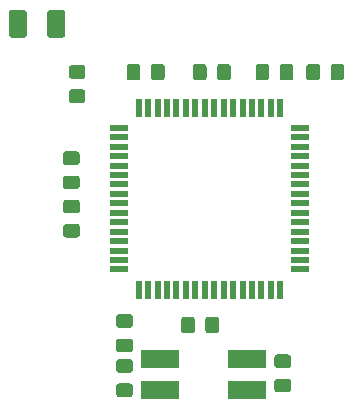
<source format=gbr>
G04 #@! TF.GenerationSoftware,KiCad,Pcbnew,(5.1.5-0-10_14)*
G04 #@! TF.CreationDate,2020-11-09T16:06:39+01:00*
G04 #@! TF.ProjectId,ATmega128_Breakout_Board,41546d65-6761-4313-9238-5f427265616b,rev?*
G04 #@! TF.SameCoordinates,Original*
G04 #@! TF.FileFunction,Paste,Top*
G04 #@! TF.FilePolarity,Positive*
%FSLAX46Y46*%
G04 Gerber Fmt 4.6, Leading zero omitted, Abs format (unit mm)*
G04 Created by KiCad (PCBNEW (5.1.5-0-10_14)) date 2020-11-09 16:06:39*
%MOMM*%
%LPD*%
G04 APERTURE LIST*
%ADD10C,0.100000*%
%ADD11R,3.300000X1.540000*%
%ADD12R,0.550000X1.500000*%
%ADD13R,1.500000X0.550000*%
G04 APERTURE END LIST*
D10*
G36*
X102899504Y-71426204D02*
G01*
X102923773Y-71429804D01*
X102947571Y-71435765D01*
X102970671Y-71444030D01*
X102992849Y-71454520D01*
X103013893Y-71467133D01*
X103033598Y-71481747D01*
X103051777Y-71498223D01*
X103068253Y-71516402D01*
X103082867Y-71536107D01*
X103095480Y-71557151D01*
X103105970Y-71579329D01*
X103114235Y-71602429D01*
X103120196Y-71626227D01*
X103123796Y-71650496D01*
X103125000Y-71675000D01*
X103125000Y-73525000D01*
X103123796Y-73549504D01*
X103120196Y-73573773D01*
X103114235Y-73597571D01*
X103105970Y-73620671D01*
X103095480Y-73642849D01*
X103082867Y-73663893D01*
X103068253Y-73683598D01*
X103051777Y-73701777D01*
X103033598Y-73718253D01*
X103013893Y-73732867D01*
X102992849Y-73745480D01*
X102970671Y-73755970D01*
X102947571Y-73764235D01*
X102923773Y-73770196D01*
X102899504Y-73773796D01*
X102875000Y-73775000D01*
X101875000Y-73775000D01*
X101850496Y-73773796D01*
X101826227Y-73770196D01*
X101802429Y-73764235D01*
X101779329Y-73755970D01*
X101757151Y-73745480D01*
X101736107Y-73732867D01*
X101716402Y-73718253D01*
X101698223Y-73701777D01*
X101681747Y-73683598D01*
X101667133Y-73663893D01*
X101654520Y-73642849D01*
X101644030Y-73620671D01*
X101635765Y-73597571D01*
X101629804Y-73573773D01*
X101626204Y-73549504D01*
X101625000Y-73525000D01*
X101625000Y-71675000D01*
X101626204Y-71650496D01*
X101629804Y-71626227D01*
X101635765Y-71602429D01*
X101644030Y-71579329D01*
X101654520Y-71557151D01*
X101667133Y-71536107D01*
X101681747Y-71516402D01*
X101698223Y-71498223D01*
X101716402Y-71481747D01*
X101736107Y-71467133D01*
X101757151Y-71454520D01*
X101779329Y-71444030D01*
X101802429Y-71435765D01*
X101826227Y-71429804D01*
X101850496Y-71426204D01*
X101875000Y-71425000D01*
X102875000Y-71425000D01*
X102899504Y-71426204D01*
G37*
G36*
X106149504Y-71426204D02*
G01*
X106173773Y-71429804D01*
X106197571Y-71435765D01*
X106220671Y-71444030D01*
X106242849Y-71454520D01*
X106263893Y-71467133D01*
X106283598Y-71481747D01*
X106301777Y-71498223D01*
X106318253Y-71516402D01*
X106332867Y-71536107D01*
X106345480Y-71557151D01*
X106355970Y-71579329D01*
X106364235Y-71602429D01*
X106370196Y-71626227D01*
X106373796Y-71650496D01*
X106375000Y-71675000D01*
X106375000Y-73525000D01*
X106373796Y-73549504D01*
X106370196Y-73573773D01*
X106364235Y-73597571D01*
X106355970Y-73620671D01*
X106345480Y-73642849D01*
X106332867Y-73663893D01*
X106318253Y-73683598D01*
X106301777Y-73701777D01*
X106283598Y-73718253D01*
X106263893Y-73732867D01*
X106242849Y-73745480D01*
X106220671Y-73755970D01*
X106197571Y-73764235D01*
X106173773Y-73770196D01*
X106149504Y-73773796D01*
X106125000Y-73775000D01*
X105125000Y-73775000D01*
X105100496Y-73773796D01*
X105076227Y-73770196D01*
X105052429Y-73764235D01*
X105029329Y-73755970D01*
X105007151Y-73745480D01*
X104986107Y-73732867D01*
X104966402Y-73718253D01*
X104948223Y-73701777D01*
X104931747Y-73683598D01*
X104917133Y-73663893D01*
X104904520Y-73642849D01*
X104894030Y-73620671D01*
X104885765Y-73597571D01*
X104879804Y-73573773D01*
X104876204Y-73549504D01*
X104875000Y-73525000D01*
X104875000Y-71675000D01*
X104876204Y-71650496D01*
X104879804Y-71626227D01*
X104885765Y-71602429D01*
X104894030Y-71579329D01*
X104904520Y-71557151D01*
X104917133Y-71536107D01*
X104931747Y-71516402D01*
X104948223Y-71498223D01*
X104966402Y-71481747D01*
X104986107Y-71467133D01*
X105007151Y-71454520D01*
X105029329Y-71444030D01*
X105052429Y-71435765D01*
X105076227Y-71429804D01*
X105100496Y-71426204D01*
X105125000Y-71425000D01*
X106125000Y-71425000D01*
X106149504Y-71426204D01*
G37*
G36*
X117124505Y-97401204D02*
G01*
X117148773Y-97404804D01*
X117172572Y-97410765D01*
X117195671Y-97419030D01*
X117217850Y-97429520D01*
X117238893Y-97442132D01*
X117258599Y-97456747D01*
X117276777Y-97473223D01*
X117293253Y-97491401D01*
X117307868Y-97511107D01*
X117320480Y-97532150D01*
X117330970Y-97554329D01*
X117339235Y-97577428D01*
X117345196Y-97601227D01*
X117348796Y-97625495D01*
X117350000Y-97649999D01*
X117350000Y-98550001D01*
X117348796Y-98574505D01*
X117345196Y-98598773D01*
X117339235Y-98622572D01*
X117330970Y-98645671D01*
X117320480Y-98667850D01*
X117307868Y-98688893D01*
X117293253Y-98708599D01*
X117276777Y-98726777D01*
X117258599Y-98743253D01*
X117238893Y-98757868D01*
X117217850Y-98770480D01*
X117195671Y-98780970D01*
X117172572Y-98789235D01*
X117148773Y-98795196D01*
X117124505Y-98798796D01*
X117100001Y-98800000D01*
X116449999Y-98800000D01*
X116425495Y-98798796D01*
X116401227Y-98795196D01*
X116377428Y-98789235D01*
X116354329Y-98780970D01*
X116332150Y-98770480D01*
X116311107Y-98757868D01*
X116291401Y-98743253D01*
X116273223Y-98726777D01*
X116256747Y-98708599D01*
X116242132Y-98688893D01*
X116229520Y-98667850D01*
X116219030Y-98645671D01*
X116210765Y-98622572D01*
X116204804Y-98598773D01*
X116201204Y-98574505D01*
X116200000Y-98550001D01*
X116200000Y-97649999D01*
X116201204Y-97625495D01*
X116204804Y-97601227D01*
X116210765Y-97577428D01*
X116219030Y-97554329D01*
X116229520Y-97532150D01*
X116242132Y-97511107D01*
X116256747Y-97491401D01*
X116273223Y-97473223D01*
X116291401Y-97456747D01*
X116311107Y-97442132D01*
X116332150Y-97429520D01*
X116354329Y-97419030D01*
X116377428Y-97410765D01*
X116401227Y-97404804D01*
X116425495Y-97401204D01*
X116449999Y-97400000D01*
X117100001Y-97400000D01*
X117124505Y-97401204D01*
G37*
G36*
X119174505Y-97401204D02*
G01*
X119198773Y-97404804D01*
X119222572Y-97410765D01*
X119245671Y-97419030D01*
X119267850Y-97429520D01*
X119288893Y-97442132D01*
X119308599Y-97456747D01*
X119326777Y-97473223D01*
X119343253Y-97491401D01*
X119357868Y-97511107D01*
X119370480Y-97532150D01*
X119380970Y-97554329D01*
X119389235Y-97577428D01*
X119395196Y-97601227D01*
X119398796Y-97625495D01*
X119400000Y-97649999D01*
X119400000Y-98550001D01*
X119398796Y-98574505D01*
X119395196Y-98598773D01*
X119389235Y-98622572D01*
X119380970Y-98645671D01*
X119370480Y-98667850D01*
X119357868Y-98688893D01*
X119343253Y-98708599D01*
X119326777Y-98726777D01*
X119308599Y-98743253D01*
X119288893Y-98757868D01*
X119267850Y-98770480D01*
X119245671Y-98780970D01*
X119222572Y-98789235D01*
X119198773Y-98795196D01*
X119174505Y-98798796D01*
X119150001Y-98800000D01*
X118499999Y-98800000D01*
X118475495Y-98798796D01*
X118451227Y-98795196D01*
X118427428Y-98789235D01*
X118404329Y-98780970D01*
X118382150Y-98770480D01*
X118361107Y-98757868D01*
X118341401Y-98743253D01*
X118323223Y-98726777D01*
X118306747Y-98708599D01*
X118292132Y-98688893D01*
X118279520Y-98667850D01*
X118269030Y-98645671D01*
X118260765Y-98622572D01*
X118254804Y-98598773D01*
X118251204Y-98574505D01*
X118250000Y-98550001D01*
X118250000Y-97649999D01*
X118251204Y-97625495D01*
X118254804Y-97601227D01*
X118260765Y-97577428D01*
X118269030Y-97554329D01*
X118279520Y-97532150D01*
X118292132Y-97511107D01*
X118306747Y-97491401D01*
X118323223Y-97473223D01*
X118341401Y-97456747D01*
X118361107Y-97442132D01*
X118382150Y-97429520D01*
X118404329Y-97419030D01*
X118427428Y-97410765D01*
X118451227Y-97404804D01*
X118475495Y-97401204D01*
X118499999Y-97400000D01*
X119150001Y-97400000D01*
X119174505Y-97401204D01*
G37*
D11*
X121800000Y-103620000D03*
X114400000Y-103620000D03*
X114400000Y-100980000D03*
X121800000Y-100980000D03*
D10*
G36*
X111874505Y-99251204D02*
G01*
X111898773Y-99254804D01*
X111922572Y-99260765D01*
X111945671Y-99269030D01*
X111967850Y-99279520D01*
X111988893Y-99292132D01*
X112008599Y-99306747D01*
X112026777Y-99323223D01*
X112043253Y-99341401D01*
X112057868Y-99361107D01*
X112070480Y-99382150D01*
X112080970Y-99404329D01*
X112089235Y-99427428D01*
X112095196Y-99451227D01*
X112098796Y-99475495D01*
X112100000Y-99499999D01*
X112100000Y-100150001D01*
X112098796Y-100174505D01*
X112095196Y-100198773D01*
X112089235Y-100222572D01*
X112080970Y-100245671D01*
X112070480Y-100267850D01*
X112057868Y-100288893D01*
X112043253Y-100308599D01*
X112026777Y-100326777D01*
X112008599Y-100343253D01*
X111988893Y-100357868D01*
X111967850Y-100370480D01*
X111945671Y-100380970D01*
X111922572Y-100389235D01*
X111898773Y-100395196D01*
X111874505Y-100398796D01*
X111850001Y-100400000D01*
X110949999Y-100400000D01*
X110925495Y-100398796D01*
X110901227Y-100395196D01*
X110877428Y-100389235D01*
X110854329Y-100380970D01*
X110832150Y-100370480D01*
X110811107Y-100357868D01*
X110791401Y-100343253D01*
X110773223Y-100326777D01*
X110756747Y-100308599D01*
X110742132Y-100288893D01*
X110729520Y-100267850D01*
X110719030Y-100245671D01*
X110710765Y-100222572D01*
X110704804Y-100198773D01*
X110701204Y-100174505D01*
X110700000Y-100150001D01*
X110700000Y-99499999D01*
X110701204Y-99475495D01*
X110704804Y-99451227D01*
X110710765Y-99427428D01*
X110719030Y-99404329D01*
X110729520Y-99382150D01*
X110742132Y-99361107D01*
X110756747Y-99341401D01*
X110773223Y-99323223D01*
X110791401Y-99306747D01*
X110811107Y-99292132D01*
X110832150Y-99279520D01*
X110854329Y-99269030D01*
X110877428Y-99260765D01*
X110901227Y-99254804D01*
X110925495Y-99251204D01*
X110949999Y-99250000D01*
X111850001Y-99250000D01*
X111874505Y-99251204D01*
G37*
G36*
X111874505Y-97201204D02*
G01*
X111898773Y-97204804D01*
X111922572Y-97210765D01*
X111945671Y-97219030D01*
X111967850Y-97229520D01*
X111988893Y-97242132D01*
X112008599Y-97256747D01*
X112026777Y-97273223D01*
X112043253Y-97291401D01*
X112057868Y-97311107D01*
X112070480Y-97332150D01*
X112080970Y-97354329D01*
X112089235Y-97377428D01*
X112095196Y-97401227D01*
X112098796Y-97425495D01*
X112100000Y-97449999D01*
X112100000Y-98100001D01*
X112098796Y-98124505D01*
X112095196Y-98148773D01*
X112089235Y-98172572D01*
X112080970Y-98195671D01*
X112070480Y-98217850D01*
X112057868Y-98238893D01*
X112043253Y-98258599D01*
X112026777Y-98276777D01*
X112008599Y-98293253D01*
X111988893Y-98307868D01*
X111967850Y-98320480D01*
X111945671Y-98330970D01*
X111922572Y-98339235D01*
X111898773Y-98345196D01*
X111874505Y-98348796D01*
X111850001Y-98350000D01*
X110949999Y-98350000D01*
X110925495Y-98348796D01*
X110901227Y-98345196D01*
X110877428Y-98339235D01*
X110854329Y-98330970D01*
X110832150Y-98320480D01*
X110811107Y-98307868D01*
X110791401Y-98293253D01*
X110773223Y-98276777D01*
X110756747Y-98258599D01*
X110742132Y-98238893D01*
X110729520Y-98217850D01*
X110719030Y-98195671D01*
X110710765Y-98172572D01*
X110704804Y-98148773D01*
X110701204Y-98124505D01*
X110700000Y-98100001D01*
X110700000Y-97449999D01*
X110701204Y-97425495D01*
X110704804Y-97401227D01*
X110710765Y-97377428D01*
X110719030Y-97354329D01*
X110729520Y-97332150D01*
X110742132Y-97311107D01*
X110756747Y-97291401D01*
X110773223Y-97273223D01*
X110791401Y-97256747D01*
X110811107Y-97242132D01*
X110832150Y-97229520D01*
X110854329Y-97219030D01*
X110877428Y-97210765D01*
X110901227Y-97204804D01*
X110925495Y-97201204D01*
X110949999Y-97200000D01*
X111850001Y-97200000D01*
X111874505Y-97201204D01*
G37*
D12*
X112600000Y-79700000D03*
X113400000Y-79700000D03*
X114200000Y-79700000D03*
X115000000Y-79700000D03*
X115800000Y-79700000D03*
X116600000Y-79700000D03*
X117400000Y-79700000D03*
X118200000Y-79700000D03*
X119000000Y-79700000D03*
X119800000Y-79700000D03*
X120600000Y-79700000D03*
X121400000Y-79700000D03*
X122200000Y-79700000D03*
X123000000Y-79700000D03*
X123800000Y-79700000D03*
X124600000Y-79700000D03*
D13*
X126300000Y-81400000D03*
X126300000Y-82200000D03*
X126300000Y-83000000D03*
X126300000Y-83800000D03*
X126300000Y-84600000D03*
X126300000Y-85400000D03*
X126300000Y-86200000D03*
X126300000Y-87000000D03*
X126300000Y-87800000D03*
X126300000Y-88600000D03*
X126300000Y-89400000D03*
X126300000Y-90200000D03*
X126300000Y-91000000D03*
X126300000Y-91800000D03*
X126300000Y-92600000D03*
X126300000Y-93400000D03*
D12*
X124600000Y-95100000D03*
X123800000Y-95100000D03*
X123000000Y-95100000D03*
X122200000Y-95100000D03*
X121400000Y-95100000D03*
X120600000Y-95100000D03*
X119800000Y-95100000D03*
X119000000Y-95100000D03*
X118200000Y-95100000D03*
X117400000Y-95100000D03*
X116600000Y-95100000D03*
X115800000Y-95100000D03*
X115000000Y-95100000D03*
X114200000Y-95100000D03*
X113400000Y-95100000D03*
X112600000Y-95100000D03*
D13*
X110900000Y-93400000D03*
X110900000Y-92600000D03*
X110900000Y-91800000D03*
X110900000Y-91000000D03*
X110900000Y-90200000D03*
X110900000Y-89400000D03*
X110900000Y-88600000D03*
X110900000Y-87800000D03*
X110900000Y-87000000D03*
X110900000Y-86200000D03*
X110900000Y-85400000D03*
X110900000Y-84600000D03*
X110900000Y-83800000D03*
X110900000Y-83000000D03*
X110900000Y-82200000D03*
X110900000Y-81400000D03*
D10*
G36*
X107874505Y-76101204D02*
G01*
X107898773Y-76104804D01*
X107922572Y-76110765D01*
X107945671Y-76119030D01*
X107967850Y-76129520D01*
X107988893Y-76142132D01*
X108008599Y-76156747D01*
X108026777Y-76173223D01*
X108043253Y-76191401D01*
X108057868Y-76211107D01*
X108070480Y-76232150D01*
X108080970Y-76254329D01*
X108089235Y-76277428D01*
X108095196Y-76301227D01*
X108098796Y-76325495D01*
X108100000Y-76349999D01*
X108100000Y-77000001D01*
X108098796Y-77024505D01*
X108095196Y-77048773D01*
X108089235Y-77072572D01*
X108080970Y-77095671D01*
X108070480Y-77117850D01*
X108057868Y-77138893D01*
X108043253Y-77158599D01*
X108026777Y-77176777D01*
X108008599Y-77193253D01*
X107988893Y-77207868D01*
X107967850Y-77220480D01*
X107945671Y-77230970D01*
X107922572Y-77239235D01*
X107898773Y-77245196D01*
X107874505Y-77248796D01*
X107850001Y-77250000D01*
X106949999Y-77250000D01*
X106925495Y-77248796D01*
X106901227Y-77245196D01*
X106877428Y-77239235D01*
X106854329Y-77230970D01*
X106832150Y-77220480D01*
X106811107Y-77207868D01*
X106791401Y-77193253D01*
X106773223Y-77176777D01*
X106756747Y-77158599D01*
X106742132Y-77138893D01*
X106729520Y-77117850D01*
X106719030Y-77095671D01*
X106710765Y-77072572D01*
X106704804Y-77048773D01*
X106701204Y-77024505D01*
X106700000Y-77000001D01*
X106700000Y-76349999D01*
X106701204Y-76325495D01*
X106704804Y-76301227D01*
X106710765Y-76277428D01*
X106719030Y-76254329D01*
X106729520Y-76232150D01*
X106742132Y-76211107D01*
X106756747Y-76191401D01*
X106773223Y-76173223D01*
X106791401Y-76156747D01*
X106811107Y-76142132D01*
X106832150Y-76129520D01*
X106854329Y-76119030D01*
X106877428Y-76110765D01*
X106901227Y-76104804D01*
X106925495Y-76101204D01*
X106949999Y-76100000D01*
X107850001Y-76100000D01*
X107874505Y-76101204D01*
G37*
G36*
X107874505Y-78151204D02*
G01*
X107898773Y-78154804D01*
X107922572Y-78160765D01*
X107945671Y-78169030D01*
X107967850Y-78179520D01*
X107988893Y-78192132D01*
X108008599Y-78206747D01*
X108026777Y-78223223D01*
X108043253Y-78241401D01*
X108057868Y-78261107D01*
X108070480Y-78282150D01*
X108080970Y-78304329D01*
X108089235Y-78327428D01*
X108095196Y-78351227D01*
X108098796Y-78375495D01*
X108100000Y-78399999D01*
X108100000Y-79050001D01*
X108098796Y-79074505D01*
X108095196Y-79098773D01*
X108089235Y-79122572D01*
X108080970Y-79145671D01*
X108070480Y-79167850D01*
X108057868Y-79188893D01*
X108043253Y-79208599D01*
X108026777Y-79226777D01*
X108008599Y-79243253D01*
X107988893Y-79257868D01*
X107967850Y-79270480D01*
X107945671Y-79280970D01*
X107922572Y-79289235D01*
X107898773Y-79295196D01*
X107874505Y-79298796D01*
X107850001Y-79300000D01*
X106949999Y-79300000D01*
X106925495Y-79298796D01*
X106901227Y-79295196D01*
X106877428Y-79289235D01*
X106854329Y-79280970D01*
X106832150Y-79270480D01*
X106811107Y-79257868D01*
X106791401Y-79243253D01*
X106773223Y-79226777D01*
X106756747Y-79208599D01*
X106742132Y-79188893D01*
X106729520Y-79167850D01*
X106719030Y-79145671D01*
X106710765Y-79122572D01*
X106704804Y-79098773D01*
X106701204Y-79074505D01*
X106700000Y-79050001D01*
X106700000Y-78399999D01*
X106701204Y-78375495D01*
X106704804Y-78351227D01*
X106710765Y-78327428D01*
X106719030Y-78304329D01*
X106729520Y-78282150D01*
X106742132Y-78261107D01*
X106756747Y-78241401D01*
X106773223Y-78223223D01*
X106791401Y-78206747D01*
X106811107Y-78192132D01*
X106832150Y-78179520D01*
X106854329Y-78169030D01*
X106877428Y-78160765D01*
X106901227Y-78154804D01*
X106925495Y-78151204D01*
X106949999Y-78150000D01*
X107850001Y-78150000D01*
X107874505Y-78151204D01*
G37*
G36*
X107394505Y-87501204D02*
G01*
X107418773Y-87504804D01*
X107442572Y-87510765D01*
X107465671Y-87519030D01*
X107487850Y-87529520D01*
X107508893Y-87542132D01*
X107528599Y-87556747D01*
X107546777Y-87573223D01*
X107563253Y-87591401D01*
X107577868Y-87611107D01*
X107590480Y-87632150D01*
X107600970Y-87654329D01*
X107609235Y-87677428D01*
X107615196Y-87701227D01*
X107618796Y-87725495D01*
X107620000Y-87749999D01*
X107620000Y-88400001D01*
X107618796Y-88424505D01*
X107615196Y-88448773D01*
X107609235Y-88472572D01*
X107600970Y-88495671D01*
X107590480Y-88517850D01*
X107577868Y-88538893D01*
X107563253Y-88558599D01*
X107546777Y-88576777D01*
X107528599Y-88593253D01*
X107508893Y-88607868D01*
X107487850Y-88620480D01*
X107465671Y-88630970D01*
X107442572Y-88639235D01*
X107418773Y-88645196D01*
X107394505Y-88648796D01*
X107370001Y-88650000D01*
X106469999Y-88650000D01*
X106445495Y-88648796D01*
X106421227Y-88645196D01*
X106397428Y-88639235D01*
X106374329Y-88630970D01*
X106352150Y-88620480D01*
X106331107Y-88607868D01*
X106311401Y-88593253D01*
X106293223Y-88576777D01*
X106276747Y-88558599D01*
X106262132Y-88538893D01*
X106249520Y-88517850D01*
X106239030Y-88495671D01*
X106230765Y-88472572D01*
X106224804Y-88448773D01*
X106221204Y-88424505D01*
X106220000Y-88400001D01*
X106220000Y-87749999D01*
X106221204Y-87725495D01*
X106224804Y-87701227D01*
X106230765Y-87677428D01*
X106239030Y-87654329D01*
X106249520Y-87632150D01*
X106262132Y-87611107D01*
X106276747Y-87591401D01*
X106293223Y-87573223D01*
X106311401Y-87556747D01*
X106331107Y-87542132D01*
X106352150Y-87529520D01*
X106374329Y-87519030D01*
X106397428Y-87510765D01*
X106421227Y-87504804D01*
X106445495Y-87501204D01*
X106469999Y-87500000D01*
X107370001Y-87500000D01*
X107394505Y-87501204D01*
G37*
G36*
X107394505Y-89551204D02*
G01*
X107418773Y-89554804D01*
X107442572Y-89560765D01*
X107465671Y-89569030D01*
X107487850Y-89579520D01*
X107508893Y-89592132D01*
X107528599Y-89606747D01*
X107546777Y-89623223D01*
X107563253Y-89641401D01*
X107577868Y-89661107D01*
X107590480Y-89682150D01*
X107600970Y-89704329D01*
X107609235Y-89727428D01*
X107615196Y-89751227D01*
X107618796Y-89775495D01*
X107620000Y-89799999D01*
X107620000Y-90450001D01*
X107618796Y-90474505D01*
X107615196Y-90498773D01*
X107609235Y-90522572D01*
X107600970Y-90545671D01*
X107590480Y-90567850D01*
X107577868Y-90588893D01*
X107563253Y-90608599D01*
X107546777Y-90626777D01*
X107528599Y-90643253D01*
X107508893Y-90657868D01*
X107487850Y-90670480D01*
X107465671Y-90680970D01*
X107442572Y-90689235D01*
X107418773Y-90695196D01*
X107394505Y-90698796D01*
X107370001Y-90700000D01*
X106469999Y-90700000D01*
X106445495Y-90698796D01*
X106421227Y-90695196D01*
X106397428Y-90689235D01*
X106374329Y-90680970D01*
X106352150Y-90670480D01*
X106331107Y-90657868D01*
X106311401Y-90643253D01*
X106293223Y-90626777D01*
X106276747Y-90608599D01*
X106262132Y-90588893D01*
X106249520Y-90567850D01*
X106239030Y-90545671D01*
X106230765Y-90522572D01*
X106224804Y-90498773D01*
X106221204Y-90474505D01*
X106220000Y-90450001D01*
X106220000Y-89799999D01*
X106221204Y-89775495D01*
X106224804Y-89751227D01*
X106230765Y-89727428D01*
X106239030Y-89704329D01*
X106249520Y-89682150D01*
X106262132Y-89661107D01*
X106276747Y-89641401D01*
X106293223Y-89623223D01*
X106311401Y-89606747D01*
X106331107Y-89592132D01*
X106352150Y-89579520D01*
X106374329Y-89569030D01*
X106397428Y-89560765D01*
X106421227Y-89554804D01*
X106445495Y-89551204D01*
X106469999Y-89550000D01*
X107370001Y-89550000D01*
X107394505Y-89551204D01*
G37*
G36*
X127724505Y-76001204D02*
G01*
X127748773Y-76004804D01*
X127772572Y-76010765D01*
X127795671Y-76019030D01*
X127817850Y-76029520D01*
X127838893Y-76042132D01*
X127858599Y-76056747D01*
X127876777Y-76073223D01*
X127893253Y-76091401D01*
X127907868Y-76111107D01*
X127920480Y-76132150D01*
X127930970Y-76154329D01*
X127939235Y-76177428D01*
X127945196Y-76201227D01*
X127948796Y-76225495D01*
X127950000Y-76249999D01*
X127950000Y-77150001D01*
X127948796Y-77174505D01*
X127945196Y-77198773D01*
X127939235Y-77222572D01*
X127930970Y-77245671D01*
X127920480Y-77267850D01*
X127907868Y-77288893D01*
X127893253Y-77308599D01*
X127876777Y-77326777D01*
X127858599Y-77343253D01*
X127838893Y-77357868D01*
X127817850Y-77370480D01*
X127795671Y-77380970D01*
X127772572Y-77389235D01*
X127748773Y-77395196D01*
X127724505Y-77398796D01*
X127700001Y-77400000D01*
X127049999Y-77400000D01*
X127025495Y-77398796D01*
X127001227Y-77395196D01*
X126977428Y-77389235D01*
X126954329Y-77380970D01*
X126932150Y-77370480D01*
X126911107Y-77357868D01*
X126891401Y-77343253D01*
X126873223Y-77326777D01*
X126856747Y-77308599D01*
X126842132Y-77288893D01*
X126829520Y-77267850D01*
X126819030Y-77245671D01*
X126810765Y-77222572D01*
X126804804Y-77198773D01*
X126801204Y-77174505D01*
X126800000Y-77150001D01*
X126800000Y-76249999D01*
X126801204Y-76225495D01*
X126804804Y-76201227D01*
X126810765Y-76177428D01*
X126819030Y-76154329D01*
X126829520Y-76132150D01*
X126842132Y-76111107D01*
X126856747Y-76091401D01*
X126873223Y-76073223D01*
X126891401Y-76056747D01*
X126911107Y-76042132D01*
X126932150Y-76029520D01*
X126954329Y-76019030D01*
X126977428Y-76010765D01*
X127001227Y-76004804D01*
X127025495Y-76001204D01*
X127049999Y-76000000D01*
X127700001Y-76000000D01*
X127724505Y-76001204D01*
G37*
G36*
X129774505Y-76001204D02*
G01*
X129798773Y-76004804D01*
X129822572Y-76010765D01*
X129845671Y-76019030D01*
X129867850Y-76029520D01*
X129888893Y-76042132D01*
X129908599Y-76056747D01*
X129926777Y-76073223D01*
X129943253Y-76091401D01*
X129957868Y-76111107D01*
X129970480Y-76132150D01*
X129980970Y-76154329D01*
X129989235Y-76177428D01*
X129995196Y-76201227D01*
X129998796Y-76225495D01*
X130000000Y-76249999D01*
X130000000Y-77150001D01*
X129998796Y-77174505D01*
X129995196Y-77198773D01*
X129989235Y-77222572D01*
X129980970Y-77245671D01*
X129970480Y-77267850D01*
X129957868Y-77288893D01*
X129943253Y-77308599D01*
X129926777Y-77326777D01*
X129908599Y-77343253D01*
X129888893Y-77357868D01*
X129867850Y-77370480D01*
X129845671Y-77380970D01*
X129822572Y-77389235D01*
X129798773Y-77395196D01*
X129774505Y-77398796D01*
X129750001Y-77400000D01*
X129099999Y-77400000D01*
X129075495Y-77398796D01*
X129051227Y-77395196D01*
X129027428Y-77389235D01*
X129004329Y-77380970D01*
X128982150Y-77370480D01*
X128961107Y-77357868D01*
X128941401Y-77343253D01*
X128923223Y-77326777D01*
X128906747Y-77308599D01*
X128892132Y-77288893D01*
X128879520Y-77267850D01*
X128869030Y-77245671D01*
X128860765Y-77222572D01*
X128854804Y-77198773D01*
X128851204Y-77174505D01*
X128850000Y-77150001D01*
X128850000Y-76249999D01*
X128851204Y-76225495D01*
X128854804Y-76201227D01*
X128860765Y-76177428D01*
X128869030Y-76154329D01*
X128879520Y-76132150D01*
X128892132Y-76111107D01*
X128906747Y-76091401D01*
X128923223Y-76073223D01*
X128941401Y-76056747D01*
X128961107Y-76042132D01*
X128982150Y-76029520D01*
X129004329Y-76019030D01*
X129027428Y-76010765D01*
X129051227Y-76004804D01*
X129075495Y-76001204D01*
X129099999Y-76000000D01*
X129750001Y-76000000D01*
X129774505Y-76001204D01*
G37*
G36*
X107374505Y-85451204D02*
G01*
X107398773Y-85454804D01*
X107422572Y-85460765D01*
X107445671Y-85469030D01*
X107467850Y-85479520D01*
X107488893Y-85492132D01*
X107508599Y-85506747D01*
X107526777Y-85523223D01*
X107543253Y-85541401D01*
X107557868Y-85561107D01*
X107570480Y-85582150D01*
X107580970Y-85604329D01*
X107589235Y-85627428D01*
X107595196Y-85651227D01*
X107598796Y-85675495D01*
X107600000Y-85699999D01*
X107600000Y-86350001D01*
X107598796Y-86374505D01*
X107595196Y-86398773D01*
X107589235Y-86422572D01*
X107580970Y-86445671D01*
X107570480Y-86467850D01*
X107557868Y-86488893D01*
X107543253Y-86508599D01*
X107526777Y-86526777D01*
X107508599Y-86543253D01*
X107488893Y-86557868D01*
X107467850Y-86570480D01*
X107445671Y-86580970D01*
X107422572Y-86589235D01*
X107398773Y-86595196D01*
X107374505Y-86598796D01*
X107350001Y-86600000D01*
X106449999Y-86600000D01*
X106425495Y-86598796D01*
X106401227Y-86595196D01*
X106377428Y-86589235D01*
X106354329Y-86580970D01*
X106332150Y-86570480D01*
X106311107Y-86557868D01*
X106291401Y-86543253D01*
X106273223Y-86526777D01*
X106256747Y-86508599D01*
X106242132Y-86488893D01*
X106229520Y-86467850D01*
X106219030Y-86445671D01*
X106210765Y-86422572D01*
X106204804Y-86398773D01*
X106201204Y-86374505D01*
X106200000Y-86350001D01*
X106200000Y-85699999D01*
X106201204Y-85675495D01*
X106204804Y-85651227D01*
X106210765Y-85627428D01*
X106219030Y-85604329D01*
X106229520Y-85582150D01*
X106242132Y-85561107D01*
X106256747Y-85541401D01*
X106273223Y-85523223D01*
X106291401Y-85506747D01*
X106311107Y-85492132D01*
X106332150Y-85479520D01*
X106354329Y-85469030D01*
X106377428Y-85460765D01*
X106401227Y-85454804D01*
X106425495Y-85451204D01*
X106449999Y-85450000D01*
X107350001Y-85450000D01*
X107374505Y-85451204D01*
G37*
G36*
X107374505Y-83401204D02*
G01*
X107398773Y-83404804D01*
X107422572Y-83410765D01*
X107445671Y-83419030D01*
X107467850Y-83429520D01*
X107488893Y-83442132D01*
X107508599Y-83456747D01*
X107526777Y-83473223D01*
X107543253Y-83491401D01*
X107557868Y-83511107D01*
X107570480Y-83532150D01*
X107580970Y-83554329D01*
X107589235Y-83577428D01*
X107595196Y-83601227D01*
X107598796Y-83625495D01*
X107600000Y-83649999D01*
X107600000Y-84300001D01*
X107598796Y-84324505D01*
X107595196Y-84348773D01*
X107589235Y-84372572D01*
X107580970Y-84395671D01*
X107570480Y-84417850D01*
X107557868Y-84438893D01*
X107543253Y-84458599D01*
X107526777Y-84476777D01*
X107508599Y-84493253D01*
X107488893Y-84507868D01*
X107467850Y-84520480D01*
X107445671Y-84530970D01*
X107422572Y-84539235D01*
X107398773Y-84545196D01*
X107374505Y-84548796D01*
X107350001Y-84550000D01*
X106449999Y-84550000D01*
X106425495Y-84548796D01*
X106401227Y-84545196D01*
X106377428Y-84539235D01*
X106354329Y-84530970D01*
X106332150Y-84520480D01*
X106311107Y-84507868D01*
X106291401Y-84493253D01*
X106273223Y-84476777D01*
X106256747Y-84458599D01*
X106242132Y-84438893D01*
X106229520Y-84417850D01*
X106219030Y-84395671D01*
X106210765Y-84372572D01*
X106204804Y-84348773D01*
X106201204Y-84324505D01*
X106200000Y-84300001D01*
X106200000Y-83649999D01*
X106201204Y-83625495D01*
X106204804Y-83601227D01*
X106210765Y-83577428D01*
X106219030Y-83554329D01*
X106229520Y-83532150D01*
X106242132Y-83511107D01*
X106256747Y-83491401D01*
X106273223Y-83473223D01*
X106291401Y-83456747D01*
X106311107Y-83442132D01*
X106332150Y-83429520D01*
X106354329Y-83419030D01*
X106377428Y-83410765D01*
X106401227Y-83404804D01*
X106425495Y-83401204D01*
X106449999Y-83400000D01*
X107350001Y-83400000D01*
X107374505Y-83401204D01*
G37*
G36*
X111874505Y-103051204D02*
G01*
X111898773Y-103054804D01*
X111922572Y-103060765D01*
X111945671Y-103069030D01*
X111967850Y-103079520D01*
X111988893Y-103092132D01*
X112008599Y-103106747D01*
X112026777Y-103123223D01*
X112043253Y-103141401D01*
X112057868Y-103161107D01*
X112070480Y-103182150D01*
X112080970Y-103204329D01*
X112089235Y-103227428D01*
X112095196Y-103251227D01*
X112098796Y-103275495D01*
X112100000Y-103299999D01*
X112100000Y-103950001D01*
X112098796Y-103974505D01*
X112095196Y-103998773D01*
X112089235Y-104022572D01*
X112080970Y-104045671D01*
X112070480Y-104067850D01*
X112057868Y-104088893D01*
X112043253Y-104108599D01*
X112026777Y-104126777D01*
X112008599Y-104143253D01*
X111988893Y-104157868D01*
X111967850Y-104170480D01*
X111945671Y-104180970D01*
X111922572Y-104189235D01*
X111898773Y-104195196D01*
X111874505Y-104198796D01*
X111850001Y-104200000D01*
X110949999Y-104200000D01*
X110925495Y-104198796D01*
X110901227Y-104195196D01*
X110877428Y-104189235D01*
X110854329Y-104180970D01*
X110832150Y-104170480D01*
X110811107Y-104157868D01*
X110791401Y-104143253D01*
X110773223Y-104126777D01*
X110756747Y-104108599D01*
X110742132Y-104088893D01*
X110729520Y-104067850D01*
X110719030Y-104045671D01*
X110710765Y-104022572D01*
X110704804Y-103998773D01*
X110701204Y-103974505D01*
X110700000Y-103950001D01*
X110700000Y-103299999D01*
X110701204Y-103275495D01*
X110704804Y-103251227D01*
X110710765Y-103227428D01*
X110719030Y-103204329D01*
X110729520Y-103182150D01*
X110742132Y-103161107D01*
X110756747Y-103141401D01*
X110773223Y-103123223D01*
X110791401Y-103106747D01*
X110811107Y-103092132D01*
X110832150Y-103079520D01*
X110854329Y-103069030D01*
X110877428Y-103060765D01*
X110901227Y-103054804D01*
X110925495Y-103051204D01*
X110949999Y-103050000D01*
X111850001Y-103050000D01*
X111874505Y-103051204D01*
G37*
G36*
X111874505Y-101001204D02*
G01*
X111898773Y-101004804D01*
X111922572Y-101010765D01*
X111945671Y-101019030D01*
X111967850Y-101029520D01*
X111988893Y-101042132D01*
X112008599Y-101056747D01*
X112026777Y-101073223D01*
X112043253Y-101091401D01*
X112057868Y-101111107D01*
X112070480Y-101132150D01*
X112080970Y-101154329D01*
X112089235Y-101177428D01*
X112095196Y-101201227D01*
X112098796Y-101225495D01*
X112100000Y-101249999D01*
X112100000Y-101900001D01*
X112098796Y-101924505D01*
X112095196Y-101948773D01*
X112089235Y-101972572D01*
X112080970Y-101995671D01*
X112070480Y-102017850D01*
X112057868Y-102038893D01*
X112043253Y-102058599D01*
X112026777Y-102076777D01*
X112008599Y-102093253D01*
X111988893Y-102107868D01*
X111967850Y-102120480D01*
X111945671Y-102130970D01*
X111922572Y-102139235D01*
X111898773Y-102145196D01*
X111874505Y-102148796D01*
X111850001Y-102150000D01*
X110949999Y-102150000D01*
X110925495Y-102148796D01*
X110901227Y-102145196D01*
X110877428Y-102139235D01*
X110854329Y-102130970D01*
X110832150Y-102120480D01*
X110811107Y-102107868D01*
X110791401Y-102093253D01*
X110773223Y-102076777D01*
X110756747Y-102058599D01*
X110742132Y-102038893D01*
X110729520Y-102017850D01*
X110719030Y-101995671D01*
X110710765Y-101972572D01*
X110704804Y-101948773D01*
X110701204Y-101924505D01*
X110700000Y-101900001D01*
X110700000Y-101249999D01*
X110701204Y-101225495D01*
X110704804Y-101201227D01*
X110710765Y-101177428D01*
X110719030Y-101154329D01*
X110729520Y-101132150D01*
X110742132Y-101111107D01*
X110756747Y-101091401D01*
X110773223Y-101073223D01*
X110791401Y-101056747D01*
X110811107Y-101042132D01*
X110832150Y-101029520D01*
X110854329Y-101019030D01*
X110877428Y-101010765D01*
X110901227Y-101004804D01*
X110925495Y-101001204D01*
X110949999Y-101000000D01*
X111850001Y-101000000D01*
X111874505Y-101001204D01*
G37*
G36*
X125274505Y-100601204D02*
G01*
X125298773Y-100604804D01*
X125322572Y-100610765D01*
X125345671Y-100619030D01*
X125367850Y-100629520D01*
X125388893Y-100642132D01*
X125408599Y-100656747D01*
X125426777Y-100673223D01*
X125443253Y-100691401D01*
X125457868Y-100711107D01*
X125470480Y-100732150D01*
X125480970Y-100754329D01*
X125489235Y-100777428D01*
X125495196Y-100801227D01*
X125498796Y-100825495D01*
X125500000Y-100849999D01*
X125500000Y-101500001D01*
X125498796Y-101524505D01*
X125495196Y-101548773D01*
X125489235Y-101572572D01*
X125480970Y-101595671D01*
X125470480Y-101617850D01*
X125457868Y-101638893D01*
X125443253Y-101658599D01*
X125426777Y-101676777D01*
X125408599Y-101693253D01*
X125388893Y-101707868D01*
X125367850Y-101720480D01*
X125345671Y-101730970D01*
X125322572Y-101739235D01*
X125298773Y-101745196D01*
X125274505Y-101748796D01*
X125250001Y-101750000D01*
X124349999Y-101750000D01*
X124325495Y-101748796D01*
X124301227Y-101745196D01*
X124277428Y-101739235D01*
X124254329Y-101730970D01*
X124232150Y-101720480D01*
X124211107Y-101707868D01*
X124191401Y-101693253D01*
X124173223Y-101676777D01*
X124156747Y-101658599D01*
X124142132Y-101638893D01*
X124129520Y-101617850D01*
X124119030Y-101595671D01*
X124110765Y-101572572D01*
X124104804Y-101548773D01*
X124101204Y-101524505D01*
X124100000Y-101500001D01*
X124100000Y-100849999D01*
X124101204Y-100825495D01*
X124104804Y-100801227D01*
X124110765Y-100777428D01*
X124119030Y-100754329D01*
X124129520Y-100732150D01*
X124142132Y-100711107D01*
X124156747Y-100691401D01*
X124173223Y-100673223D01*
X124191401Y-100656747D01*
X124211107Y-100642132D01*
X124232150Y-100629520D01*
X124254329Y-100619030D01*
X124277428Y-100610765D01*
X124301227Y-100604804D01*
X124325495Y-100601204D01*
X124349999Y-100600000D01*
X125250001Y-100600000D01*
X125274505Y-100601204D01*
G37*
G36*
X125274505Y-102651204D02*
G01*
X125298773Y-102654804D01*
X125322572Y-102660765D01*
X125345671Y-102669030D01*
X125367850Y-102679520D01*
X125388893Y-102692132D01*
X125408599Y-102706747D01*
X125426777Y-102723223D01*
X125443253Y-102741401D01*
X125457868Y-102761107D01*
X125470480Y-102782150D01*
X125480970Y-102804329D01*
X125489235Y-102827428D01*
X125495196Y-102851227D01*
X125498796Y-102875495D01*
X125500000Y-102899999D01*
X125500000Y-103550001D01*
X125498796Y-103574505D01*
X125495196Y-103598773D01*
X125489235Y-103622572D01*
X125480970Y-103645671D01*
X125470480Y-103667850D01*
X125457868Y-103688893D01*
X125443253Y-103708599D01*
X125426777Y-103726777D01*
X125408599Y-103743253D01*
X125388893Y-103757868D01*
X125367850Y-103770480D01*
X125345671Y-103780970D01*
X125322572Y-103789235D01*
X125298773Y-103795196D01*
X125274505Y-103798796D01*
X125250001Y-103800000D01*
X124349999Y-103800000D01*
X124325495Y-103798796D01*
X124301227Y-103795196D01*
X124277428Y-103789235D01*
X124254329Y-103780970D01*
X124232150Y-103770480D01*
X124211107Y-103757868D01*
X124191401Y-103743253D01*
X124173223Y-103726777D01*
X124156747Y-103708599D01*
X124142132Y-103688893D01*
X124129520Y-103667850D01*
X124119030Y-103645671D01*
X124110765Y-103622572D01*
X124104804Y-103598773D01*
X124101204Y-103574505D01*
X124100000Y-103550001D01*
X124100000Y-102899999D01*
X124101204Y-102875495D01*
X124104804Y-102851227D01*
X124110765Y-102827428D01*
X124119030Y-102804329D01*
X124129520Y-102782150D01*
X124142132Y-102761107D01*
X124156747Y-102741401D01*
X124173223Y-102723223D01*
X124191401Y-102706747D01*
X124211107Y-102692132D01*
X124232150Y-102679520D01*
X124254329Y-102669030D01*
X124277428Y-102660765D01*
X124301227Y-102654804D01*
X124325495Y-102651204D01*
X124349999Y-102650000D01*
X125250001Y-102650000D01*
X125274505Y-102651204D01*
G37*
G36*
X118124505Y-76001204D02*
G01*
X118148773Y-76004804D01*
X118172572Y-76010765D01*
X118195671Y-76019030D01*
X118217850Y-76029520D01*
X118238893Y-76042132D01*
X118258599Y-76056747D01*
X118276777Y-76073223D01*
X118293253Y-76091401D01*
X118307868Y-76111107D01*
X118320480Y-76132150D01*
X118330970Y-76154329D01*
X118339235Y-76177428D01*
X118345196Y-76201227D01*
X118348796Y-76225495D01*
X118350000Y-76249999D01*
X118350000Y-77150001D01*
X118348796Y-77174505D01*
X118345196Y-77198773D01*
X118339235Y-77222572D01*
X118330970Y-77245671D01*
X118320480Y-77267850D01*
X118307868Y-77288893D01*
X118293253Y-77308599D01*
X118276777Y-77326777D01*
X118258599Y-77343253D01*
X118238893Y-77357868D01*
X118217850Y-77370480D01*
X118195671Y-77380970D01*
X118172572Y-77389235D01*
X118148773Y-77395196D01*
X118124505Y-77398796D01*
X118100001Y-77400000D01*
X117449999Y-77400000D01*
X117425495Y-77398796D01*
X117401227Y-77395196D01*
X117377428Y-77389235D01*
X117354329Y-77380970D01*
X117332150Y-77370480D01*
X117311107Y-77357868D01*
X117291401Y-77343253D01*
X117273223Y-77326777D01*
X117256747Y-77308599D01*
X117242132Y-77288893D01*
X117229520Y-77267850D01*
X117219030Y-77245671D01*
X117210765Y-77222572D01*
X117204804Y-77198773D01*
X117201204Y-77174505D01*
X117200000Y-77150001D01*
X117200000Y-76249999D01*
X117201204Y-76225495D01*
X117204804Y-76201227D01*
X117210765Y-76177428D01*
X117219030Y-76154329D01*
X117229520Y-76132150D01*
X117242132Y-76111107D01*
X117256747Y-76091401D01*
X117273223Y-76073223D01*
X117291401Y-76056747D01*
X117311107Y-76042132D01*
X117332150Y-76029520D01*
X117354329Y-76019030D01*
X117377428Y-76010765D01*
X117401227Y-76004804D01*
X117425495Y-76001204D01*
X117449999Y-76000000D01*
X118100001Y-76000000D01*
X118124505Y-76001204D01*
G37*
G36*
X120174505Y-76001204D02*
G01*
X120198773Y-76004804D01*
X120222572Y-76010765D01*
X120245671Y-76019030D01*
X120267850Y-76029520D01*
X120288893Y-76042132D01*
X120308599Y-76056747D01*
X120326777Y-76073223D01*
X120343253Y-76091401D01*
X120357868Y-76111107D01*
X120370480Y-76132150D01*
X120380970Y-76154329D01*
X120389235Y-76177428D01*
X120395196Y-76201227D01*
X120398796Y-76225495D01*
X120400000Y-76249999D01*
X120400000Y-77150001D01*
X120398796Y-77174505D01*
X120395196Y-77198773D01*
X120389235Y-77222572D01*
X120380970Y-77245671D01*
X120370480Y-77267850D01*
X120357868Y-77288893D01*
X120343253Y-77308599D01*
X120326777Y-77326777D01*
X120308599Y-77343253D01*
X120288893Y-77357868D01*
X120267850Y-77370480D01*
X120245671Y-77380970D01*
X120222572Y-77389235D01*
X120198773Y-77395196D01*
X120174505Y-77398796D01*
X120150001Y-77400000D01*
X119499999Y-77400000D01*
X119475495Y-77398796D01*
X119451227Y-77395196D01*
X119427428Y-77389235D01*
X119404329Y-77380970D01*
X119382150Y-77370480D01*
X119361107Y-77357868D01*
X119341401Y-77343253D01*
X119323223Y-77326777D01*
X119306747Y-77308599D01*
X119292132Y-77288893D01*
X119279520Y-77267850D01*
X119269030Y-77245671D01*
X119260765Y-77222572D01*
X119254804Y-77198773D01*
X119251204Y-77174505D01*
X119250000Y-77150001D01*
X119250000Y-76249999D01*
X119251204Y-76225495D01*
X119254804Y-76201227D01*
X119260765Y-76177428D01*
X119269030Y-76154329D01*
X119279520Y-76132150D01*
X119292132Y-76111107D01*
X119306747Y-76091401D01*
X119323223Y-76073223D01*
X119341401Y-76056747D01*
X119361107Y-76042132D01*
X119382150Y-76029520D01*
X119404329Y-76019030D01*
X119427428Y-76010765D01*
X119451227Y-76004804D01*
X119475495Y-76001204D01*
X119499999Y-76000000D01*
X120150001Y-76000000D01*
X120174505Y-76001204D01*
G37*
G36*
X114574505Y-76001204D02*
G01*
X114598773Y-76004804D01*
X114622572Y-76010765D01*
X114645671Y-76019030D01*
X114667850Y-76029520D01*
X114688893Y-76042132D01*
X114708599Y-76056747D01*
X114726777Y-76073223D01*
X114743253Y-76091401D01*
X114757868Y-76111107D01*
X114770480Y-76132150D01*
X114780970Y-76154329D01*
X114789235Y-76177428D01*
X114795196Y-76201227D01*
X114798796Y-76225495D01*
X114800000Y-76249999D01*
X114800000Y-77150001D01*
X114798796Y-77174505D01*
X114795196Y-77198773D01*
X114789235Y-77222572D01*
X114780970Y-77245671D01*
X114770480Y-77267850D01*
X114757868Y-77288893D01*
X114743253Y-77308599D01*
X114726777Y-77326777D01*
X114708599Y-77343253D01*
X114688893Y-77357868D01*
X114667850Y-77370480D01*
X114645671Y-77380970D01*
X114622572Y-77389235D01*
X114598773Y-77395196D01*
X114574505Y-77398796D01*
X114550001Y-77400000D01*
X113899999Y-77400000D01*
X113875495Y-77398796D01*
X113851227Y-77395196D01*
X113827428Y-77389235D01*
X113804329Y-77380970D01*
X113782150Y-77370480D01*
X113761107Y-77357868D01*
X113741401Y-77343253D01*
X113723223Y-77326777D01*
X113706747Y-77308599D01*
X113692132Y-77288893D01*
X113679520Y-77267850D01*
X113669030Y-77245671D01*
X113660765Y-77222572D01*
X113654804Y-77198773D01*
X113651204Y-77174505D01*
X113650000Y-77150001D01*
X113650000Y-76249999D01*
X113651204Y-76225495D01*
X113654804Y-76201227D01*
X113660765Y-76177428D01*
X113669030Y-76154329D01*
X113679520Y-76132150D01*
X113692132Y-76111107D01*
X113706747Y-76091401D01*
X113723223Y-76073223D01*
X113741401Y-76056747D01*
X113761107Y-76042132D01*
X113782150Y-76029520D01*
X113804329Y-76019030D01*
X113827428Y-76010765D01*
X113851227Y-76004804D01*
X113875495Y-76001204D01*
X113899999Y-76000000D01*
X114550001Y-76000000D01*
X114574505Y-76001204D01*
G37*
G36*
X112524505Y-76001204D02*
G01*
X112548773Y-76004804D01*
X112572572Y-76010765D01*
X112595671Y-76019030D01*
X112617850Y-76029520D01*
X112638893Y-76042132D01*
X112658599Y-76056747D01*
X112676777Y-76073223D01*
X112693253Y-76091401D01*
X112707868Y-76111107D01*
X112720480Y-76132150D01*
X112730970Y-76154329D01*
X112739235Y-76177428D01*
X112745196Y-76201227D01*
X112748796Y-76225495D01*
X112750000Y-76249999D01*
X112750000Y-77150001D01*
X112748796Y-77174505D01*
X112745196Y-77198773D01*
X112739235Y-77222572D01*
X112730970Y-77245671D01*
X112720480Y-77267850D01*
X112707868Y-77288893D01*
X112693253Y-77308599D01*
X112676777Y-77326777D01*
X112658599Y-77343253D01*
X112638893Y-77357868D01*
X112617850Y-77370480D01*
X112595671Y-77380970D01*
X112572572Y-77389235D01*
X112548773Y-77395196D01*
X112524505Y-77398796D01*
X112500001Y-77400000D01*
X111849999Y-77400000D01*
X111825495Y-77398796D01*
X111801227Y-77395196D01*
X111777428Y-77389235D01*
X111754329Y-77380970D01*
X111732150Y-77370480D01*
X111711107Y-77357868D01*
X111691401Y-77343253D01*
X111673223Y-77326777D01*
X111656747Y-77308599D01*
X111642132Y-77288893D01*
X111629520Y-77267850D01*
X111619030Y-77245671D01*
X111610765Y-77222572D01*
X111604804Y-77198773D01*
X111601204Y-77174505D01*
X111600000Y-77150001D01*
X111600000Y-76249999D01*
X111601204Y-76225495D01*
X111604804Y-76201227D01*
X111610765Y-76177428D01*
X111619030Y-76154329D01*
X111629520Y-76132150D01*
X111642132Y-76111107D01*
X111656747Y-76091401D01*
X111673223Y-76073223D01*
X111691401Y-76056747D01*
X111711107Y-76042132D01*
X111732150Y-76029520D01*
X111754329Y-76019030D01*
X111777428Y-76010765D01*
X111801227Y-76004804D01*
X111825495Y-76001204D01*
X111849999Y-76000000D01*
X112500001Y-76000000D01*
X112524505Y-76001204D01*
G37*
G36*
X123424505Y-76001204D02*
G01*
X123448773Y-76004804D01*
X123472572Y-76010765D01*
X123495671Y-76019030D01*
X123517850Y-76029520D01*
X123538893Y-76042132D01*
X123558599Y-76056747D01*
X123576777Y-76073223D01*
X123593253Y-76091401D01*
X123607868Y-76111107D01*
X123620480Y-76132150D01*
X123630970Y-76154329D01*
X123639235Y-76177428D01*
X123645196Y-76201227D01*
X123648796Y-76225495D01*
X123650000Y-76249999D01*
X123650000Y-77150001D01*
X123648796Y-77174505D01*
X123645196Y-77198773D01*
X123639235Y-77222572D01*
X123630970Y-77245671D01*
X123620480Y-77267850D01*
X123607868Y-77288893D01*
X123593253Y-77308599D01*
X123576777Y-77326777D01*
X123558599Y-77343253D01*
X123538893Y-77357868D01*
X123517850Y-77370480D01*
X123495671Y-77380970D01*
X123472572Y-77389235D01*
X123448773Y-77395196D01*
X123424505Y-77398796D01*
X123400001Y-77400000D01*
X122749999Y-77400000D01*
X122725495Y-77398796D01*
X122701227Y-77395196D01*
X122677428Y-77389235D01*
X122654329Y-77380970D01*
X122632150Y-77370480D01*
X122611107Y-77357868D01*
X122591401Y-77343253D01*
X122573223Y-77326777D01*
X122556747Y-77308599D01*
X122542132Y-77288893D01*
X122529520Y-77267850D01*
X122519030Y-77245671D01*
X122510765Y-77222572D01*
X122504804Y-77198773D01*
X122501204Y-77174505D01*
X122500000Y-77150001D01*
X122500000Y-76249999D01*
X122501204Y-76225495D01*
X122504804Y-76201227D01*
X122510765Y-76177428D01*
X122519030Y-76154329D01*
X122529520Y-76132150D01*
X122542132Y-76111107D01*
X122556747Y-76091401D01*
X122573223Y-76073223D01*
X122591401Y-76056747D01*
X122611107Y-76042132D01*
X122632150Y-76029520D01*
X122654329Y-76019030D01*
X122677428Y-76010765D01*
X122701227Y-76004804D01*
X122725495Y-76001204D01*
X122749999Y-76000000D01*
X123400001Y-76000000D01*
X123424505Y-76001204D01*
G37*
G36*
X125474505Y-76001204D02*
G01*
X125498773Y-76004804D01*
X125522572Y-76010765D01*
X125545671Y-76019030D01*
X125567850Y-76029520D01*
X125588893Y-76042132D01*
X125608599Y-76056747D01*
X125626777Y-76073223D01*
X125643253Y-76091401D01*
X125657868Y-76111107D01*
X125670480Y-76132150D01*
X125680970Y-76154329D01*
X125689235Y-76177428D01*
X125695196Y-76201227D01*
X125698796Y-76225495D01*
X125700000Y-76249999D01*
X125700000Y-77150001D01*
X125698796Y-77174505D01*
X125695196Y-77198773D01*
X125689235Y-77222572D01*
X125680970Y-77245671D01*
X125670480Y-77267850D01*
X125657868Y-77288893D01*
X125643253Y-77308599D01*
X125626777Y-77326777D01*
X125608599Y-77343253D01*
X125588893Y-77357868D01*
X125567850Y-77370480D01*
X125545671Y-77380970D01*
X125522572Y-77389235D01*
X125498773Y-77395196D01*
X125474505Y-77398796D01*
X125450001Y-77400000D01*
X124799999Y-77400000D01*
X124775495Y-77398796D01*
X124751227Y-77395196D01*
X124727428Y-77389235D01*
X124704329Y-77380970D01*
X124682150Y-77370480D01*
X124661107Y-77357868D01*
X124641401Y-77343253D01*
X124623223Y-77326777D01*
X124606747Y-77308599D01*
X124592132Y-77288893D01*
X124579520Y-77267850D01*
X124569030Y-77245671D01*
X124560765Y-77222572D01*
X124554804Y-77198773D01*
X124551204Y-77174505D01*
X124550000Y-77150001D01*
X124550000Y-76249999D01*
X124551204Y-76225495D01*
X124554804Y-76201227D01*
X124560765Y-76177428D01*
X124569030Y-76154329D01*
X124579520Y-76132150D01*
X124592132Y-76111107D01*
X124606747Y-76091401D01*
X124623223Y-76073223D01*
X124641401Y-76056747D01*
X124661107Y-76042132D01*
X124682150Y-76029520D01*
X124704329Y-76019030D01*
X124727428Y-76010765D01*
X124751227Y-76004804D01*
X124775495Y-76001204D01*
X124799999Y-76000000D01*
X125450001Y-76000000D01*
X125474505Y-76001204D01*
G37*
M02*

</source>
